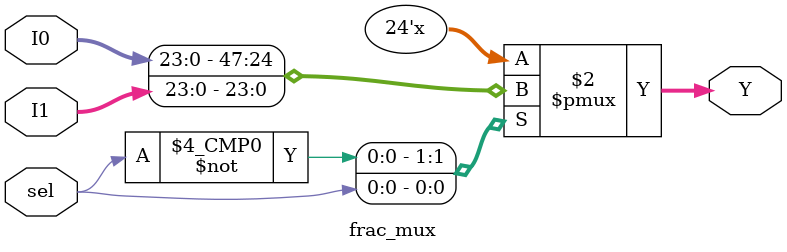
<source format=sv>
/*
==================================================================================================
  _____ _             _   _               ____       _       _        _       _     _           
 |  ___| | ___   __ _| |_(_)_ __   __ _  |  _ \ ___ (_)_ __ | |_     / \   __| | __| | ___ _ __ 
 | |_  | |/ _ \ / _` | __| | '_ \ / _` | | |_) / _ \| | '_ \| __|   / _ \ / _` |/ _` |/ _ \ '__|
 |  _| | | (_) | (_| | |_| | | | | (_| | |  __/ (_) | | | | | |_   / ___ \ (_| | (_| |  __/ |   
 |_|   |_|\___/ \__,_|\__|_|_| |_|\__, | |_|   \___/|_|_| |_|\__| /_/   \_\__,_|\__,_|\___|_|   
                                  |___/                                                         
==================================================================================================
*/
module fpa_32bits
(
	input [31:0] operand_a, 
	input [31:0] operand_b,
	
	output logic	[31:0]	result
);
	
	// ===========================================
	// 		 		Unpacked operands
	// ===========================================
	

	logic sign_a_in, sign_b_in;
	logic [7:0]  exp_a_in, exp_b_in;
	logic [22:0] frac_a_in, frac_b_in;

	logic sign_a, sign_b;
	logic [7:0]  exp_a, exp_b;
	logic [23:0] frac_a, frac_b;
	
	assign {sign_a_in, exp_a_in, frac_a_in} = operand_a;
	assign {sign_b_in, exp_b_in, frac_b_in} = operand_b;	
	
	assign sign_a = sign_a_in;
	assign sign_b = sign_b_in;

	// ===========================================
	// 		 			Wire / Logic 
	// ===========================================
	
	logic [7:0]  exp_dif;       // Exponent difference after bias adjustment
	logic [7:0]  exp_greater;   // The larger of the two exponents
	logic [63:0] frac_new;      // New fraction after addition/subtraction

	logic cout_add_sub;    // Carry out from add/sub operation
	logic frac_gt;         // Fraction greater than flag
	logic frac_eq;			  // Fraction equal flag
	logic sign_dif;        // Sign difference flag
	logic overflow;        // Overflow flag
	logic cout_exp_dif;

	logic        result_sign_main;
	logic [7:0]  result_exp_main;
	logic [22:0] result_frac_main;
	logic [31:0] normal_result;
	logic [31:0] final_result;

	// ===========================================
	// 		 			Classification 
	// ===========================================	
	
	// Classification helpers
	logic a_is_zero,			b_is_zero;
	logic a_is_subnormal,	b_is_subnormal;
	logic a_is_inf,			b_is_inf;
	logic a_is_nan,			b_is_nan;
	logic Ea_is_zero,			Eb_is_zero;
	logic Ea_is_FF,			Eb_is_FF;
	logic Fa_is_zero,			Fb_is_zero;
	logic Fa_is_nzero,		Fb_is_nzero;

	classification		u_classification
	(
		.exp_a_in,			.exp_b_in,
		.frac_a_in,			.frac_b_in,
		
		.Ea_is_zero,		.Eb_is_zero,
		.Ea_is_FF,			.Eb_is_FF,
		.Fa_is_zero,		.Fb_is_zero,
		.Fa_is_nzero,		.Fb_is_nzero,
		
		.a_is_zero,			.b_is_zero,
		.a_is_subnormal,	.b_is_subnormal,
		.a_is_inf,			.b_is_inf,
		.a_is_nan,			.b_is_nan,
		
		.exp_a,				.exp_b,
		.frac_a,				.frac_b	
	);
	
	// ===========================================
	// 		 		Sign Logic
	// ===========================================	
	
	sign_logic		u_sign_logic
	(
		.sign_a,
		.sign_b,
		.cout_add_sub,
		.frac_gt,
		
		.result_sign	(result_sign_main)
	);

	// ===========================================
	// 		 	Exponent Calculation
	// ===========================================

	exp_calculation	u_exp_calculation
	(
		.exp_a, 
		.exp_b,
		
		.cout_exp_dif,
		.cout_add_sub,
		.exp_greater,
		.exp_dif
	);
	
	// ===========================================
	// 		 	Fraction Calculation
	// ===========================================
	
	frac_calculation	u_frac_calculation
	(
		.cout_add_sub,
		.sign_a,
		.sign_b,
		.exp_dif,
		.frac_a, 
		.frac_b,
		
		.overflow,
		.sign_dif,
		.frac_gt,
		.frac_eq,
		.frac_new
	);	
	
	// ===========================================
	// 		 		Normalization
	// ===========================================
	
	normalization	u_normalization
	(
		.exp_greater, 
		.overflow,
		.sign_dif,
		.frac_new, 		
		
		.result_exp			(result_exp_main),
		.result_frac		(result_frac_main)
	);

	// ===========================================
	// 		Result Selection with Special Cases
	// ===========================================
	
	assign normal_result = {result_sign_main, result_exp_main, result_frac_main};

	special_detect		u_special_detect
	(
		.a_is_zero,		.b_is_zero,
		.a_is_inf,		.b_is_inf,
		.a_is_nan,		.b_is_nan,
		.sign_a,			.sign_b,
		.operand_a,		.operand_b,
		.normal_result,
		
		.final_result	
	);

	assign result	=	final_result;
		
endmodule 

/*
==================================================================================================
				  ____                  _       _   ____       _            _   
				 / ___| _ __   ___  ___(_) __ _| | |  _ \  ___| |_ ___  ___| |_ 
				 \___ \| '_ \ / _ \/ __| |/ _` | | | | | |/ _ \ __/ _ \/ __| __|
				  ___) | |_) |  __/ (__| | (_| | | | |_| |  __/ ||  __/ (__| |_ 
				 |____/| .__/ \___|\___|_|\__,_|_| |____/ \___|\__\___|\___|\__|
						 |_|                                                      
==================================================================================================
*/

module special_detect
(
	input a_is_zero, b_is_zero,
	input a_is_inf, b_is_inf,
	input a_is_nan, b_is_nan,
	input	sign_a, sign_b,
	input result_exp_sign,
	input	[31:0]	operand_a, operand_b,
	input	[31:0]	normal_result,
	
	output logic	[31:0]	final_result	
);
	localparam logic [31:0] CANONICAL_QNAN = 32'h7FC0_0000;

	logic [31:0] special_result;
	logic        use_special;
	

	
	always_comb begin
		use_special    = 1'b0;
		special_result = normal_result;

	// ===========================================
	// 				Special by INPUT
	// ===========================================	
	
		if (a_is_nan) begin
			use_special    = 1'b1;
			special_result = CANONICAL_QNAN;
		end else if (b_is_nan) begin
			use_special    = 1'b1;
			special_result = CANONICAL_QNAN;
		end else if (a_is_inf && b_is_inf && (sign_a ^ sign_b)) begin
			use_special    = 1'b1;
			special_result = CANONICAL_QNAN;
		end else if (a_is_inf) begin
			use_special    = 1'b1;
			special_result = {sign_a, 8'hFF, 23'b0};
		end else if (b_is_inf) begin
			use_special    = 1'b1;
			special_result = {sign_b, 8'hFF, 23'b0};
		end else if (a_is_zero && b_is_zero) begin
			use_special    = 1'b1;
			special_result = {sign_a & sign_b, 31'b0};
		end else if (a_is_zero) begin
			use_special    = 1'b1;
			special_result = operand_b;
		end else if (b_is_zero) begin
			use_special    = 1'b1;
			special_result = operand_a;
		end else if ( (operand_a[30:0] == operand_b[30:0]) && !( sign_a == sign_b) ) begin
			use_special    = 1'b1;
			special_result = {1'b0, 8'h00, 23'b0};	
		end
	end

	
	
	// ===========================================
	// 				Select Result
	// ===========================================

	assign final_result = use_special ? special_result : normal_result;

endmodule 

/*
==================================================================================================
						____ _               _  __ _           _   _             
					  / ___| | __ _ ___ ___(_)/ _(_) ___ __ _| |_(_) ___  _ __  
					 | |   | |/ _` / __/ __| | |_| |/ __/ _` | __| |/ _ \| '_ \ 
					 | |___| | (_| \__ \__ \ |  _| | (_| (_| | |_| | (_) | | | |
					  \____|_|\__,_|___/___/_|_| |_|\___\__,_|\__|_|\___/|_| |_|
																									
==================================================================================================
*/
module classification
(
    input  [7:0]	exp_a_in, exp_b_in,
    input  [22:0] frac_a_in, frac_b_in,

    output logic  a_is_zero, b_is_zero,
    output logic  a_is_subnormal, b_is_subnormal,
    output logic  a_is_inf, b_is_inf,
    output logic  a_is_nan, b_is_nan,

    output logic  Ea_is_zero, Eb_is_zero,
    output logic  Ea_is_FF,   Eb_is_FF,
    output logic	Fa_is_zero, Fb_is_zero,
    output logic	Fa_is_nzero,Fb_is_nzero,
	 
	 output logic	[7:0]		exp_a, exp_b,
    output logic	[23:0]	frac_a, frac_b
);

    //==============================
    //  Exponent conditions
    //==============================
    // Ea_is_zero = all bits 0
    // Ea_is_FF   = all bits 1
    assign Ea_is_zero = ~(|exp_a_in);
    assign Eb_is_zero = ~(|exp_b_in);
    assign Ea_is_FF   = &exp_a_in;
    assign Eb_is_FF   = &exp_b_in;

    //==============================
    //  Fraction conditions
    //==============================
    assign Fa_is_zero  = ~(|frac_a_in);
    assign Fb_is_zero  = ~(|frac_b_in);
    assign Fa_is_nzero = |frac_a_in;    // direct gate form of ~Fa_is_zero
    assign Fb_is_nzero = |frac_b_in;

    //==============================
    //  IEEE-754 Class Detection
    //==============================
    // ZERO: exp=0 & frac=0
    // SUBNORMAL: exp=0 & frac!=0
    // INF: exp=FF & frac=0
    // NAN: exp=FF & frac!=0

    assign a_is_zero      = Ea_is_zero & Fa_is_zero;
    assign b_is_zero      = Eb_is_zero & Fb_is_zero;

    assign a_is_subnormal = Ea_is_zero & Fa_is_nzero;
    assign b_is_subnormal = Eb_is_zero & Fb_is_nzero;

    assign a_is_inf       = Ea_is_FF & Fa_is_zero;
    assign b_is_inf       = Eb_is_FF & Fb_is_zero;

    assign a_is_nan       = Ea_is_FF & Fa_is_nzero;
    assign b_is_nan       = Eb_is_FF & Fb_is_nzero;
	 
	// Hidden bit: 1 for normals, 0 for zero/subnormals/NaN/Inf (only used for add path)
	logic hidden_a;
	logic hidden_b;
	 
	always_comb begin
		hidden_a	=	1'b1;
		hidden_b	=	1'b1;
		exp_a			=	exp_a_in;
		exp_b			=	exp_b_in;

		if (a_is_subnormal) begin
			hidden_a		=	1'b0;
			exp_a			=	8'b0000_0001; // exp_a = -126
		end 
        
        if (b_is_subnormal) begin 
			hidden_b		=	1'b0;		
			exp_b			=	8'b0000_0001; // exp_b = -126
		end		
	end
	
	assign frac_a = {hidden_a, frac_a_in};
	assign frac_b = {hidden_b, frac_b_in};
	
endmodule
/*
==================================================================================================
  _____                                   _      ____      _            _       _   _             
 | ____|_  ___ __   ___  _ __   ___ _ __ | |_   / ___|__ _| | ___ _   _| | __ _| |_(_) ___  _ __  
 |  _| \ \/ / '_ \ / _ \| '_ \ / _ \ '_ \| __| | |   / _` | |/ __| | | | |/ _` | __| |/ _ \| '_ \ 
 | |___ >  <| |_) | (_) | | | |  __/ | | | |_  | |__| (_| | | (__| |_| | | (_| | |_| | (_) | | | |
 |_____/_/\_\ .__/ \___/|_| |_|\___|_| |_|\__|  \____\__,_|_|\___|\__,_|_|\__,_|\__|_|\___/|_| |_|
            |_|                                                                                    
==================================================================================================
*/
module exp_calculation
(
	input	[7:0]	exp_a, 
	input	[7:0]	exp_b,
	
	output logic			cout_exp_dif,
	output logic			cout_add_sub,
	output logic [7:0]	exp_greater,
	output logic [7:0]	exp_dif
);
	logic	[15:0]	exp_dif_pre;
	logic [15:0]	exp_pre;

	// ===========================================
	// 	 Calculate Exponent Difference 	
	// ===========================================
	
	add_sub	exp_dif_cal
	(
		 .i_operand_a	({8'b0, exp_a}),
		 .i_operand_b	({8'b0, exp_b}),
		 .cin				(1'b0),
		 .mode			(1'b1),					// Select: Sub

		 .o_sum			(exp_dif_pre),
		 .o_cout			()
	);

	add_sub	two_complement
	(
		 .i_operand_a	(16'd0),
		 .i_operand_b	(exp_dif_pre),
		 .cin				(cout_add_sub),
		 .mode			(cout_add_sub),

		 .o_sum			(exp_pre),
		 .o_cout			(cout_exp_dif)
	);
	
	// ===========================================
	// 	 	Select Greater Exponent 
	// ===========================================
	
	exp_mux	sel_exp
	(
		.sel	(cout_add_sub),
		.I0	(exp_a),			// Exponent of A
		.I1	(exp_b),			// Exponent of B
		
		.Y		(exp_greater)
	);

	assign cout_add_sub	= exp_dif_pre[8];
	assign exp_dif			= exp_pre[7:0];
	
endmodule 

/*
==================================================================================================
  _____               _   _                ____      _            _       _   _             
 |  ___| __ __ _  ___| |_(_) ___  _ __    / ___|__ _| | ___ _   _| | __ _| |_(_) ___  _ __  
 | |_ | '__/ _` |/ __| __| |/ _ \| '_ \  | |   / _` | |/ __| | | | |/ _` | __| |/ _ \| '_ \ 
 |  _|| | | (_| | (__| |_| | (_) | | | | | |__| (_| | | (__| |_| | | (_| | |_| | (_) | | | |
 |_|  |_|  \__,_|\___|\__|_|\___/|_| |_|  \____\__,_|_|\___|\__,_|_|\__,_|\__|_|\___/|_| |_|
                                                                                              
==================================================================================================
*/
module frac_calculation
(
	input				cout_add_sub,
	input				sign_a,
	input				sign_b,
	input	[7:0]		exp_dif,
	input	[23:0]	frac_a, 
	input	[23:0]	frac_b,
	
	output logic			overflow,
	output logic			sign_dif,
	output logic			frac_gt,	
	output logic			frac_eq,
	output logic [63:0]	frac_new
);
	// Exponent related signals
	logic [4:0]  exp_diff;      // Final exponent difference for shifting

	// Fraction related signals
	logic [23:0] frac_1;           // Fraction 1
	logic [23:0] frac_2;           // Fraction 2		
	logic [55:0] comp1;           // Complemented fraction 1
	logic [55:0] comp2;           // Complemented fraction 2
	logic [63:0] frac_2_align;    // Aligned fraction 2 after shifting

	// Control and status signals

	logic exp_dif_sel;     // Exponent difference selector
	logic comp1_sel;       // Complement selector for first operand
	logic comp2_sel;       // Complement selector for second operand

	// ===========================================
	// 	 Select Fraction of Lesser Exponent 
	// ===========================================
	
	frac_mux		fraction_greater
	(
		.sel	(cout_add_sub),
		.I0	(frac_a), 
		.I1	(frac_b),
		
		.Y		(frac_1)
	);	

	frac_mux		fraction_lesser
	(
		.sel	(cout_add_sub),
		.I0	(frac_b), 
		.I1	(frac_a),
		
		.Y		(frac_2)	// Frac need to be shift	
	);	

	
	// ===========================================
	// 		 		Shift Exponent 
	// ===========================================
	
	assign exp_dif_sel = (exp_dif[7] | exp_dif[6] | exp_dif[5]);
	
	exp_dif_mux		sel_exp_dif
	(
		.sel	(exp_dif_sel),
		.I0	(exp_dif[4:0]), 
		.I1	(5'b11111),
		
		.Y		(exp_diff)
	);
	
	shifter_align		exponent_alignment
	(
		.A	({8'd0, frac_2, 32'd0}),	
		.B	(exp_diff),	

		.Y	(frac_2_align)
	);

	// ===========================================
	// 		 		Fraction COmputation 
	// ===========================================
	
	assign sign_dif = sign_a ^ sign_b;
	assign comp1_sel = ~frac_gt & sign_dif;
	assign comp2_sel =  frac_gt & sign_dif;
	
	comparator		frac_compare
	(
	  .operand_a	({8'b0, frac_1}), 
	  .operand_b	(frac_2_align[63:32]),
	  
	  .o_eq			(frac_eq), 
	  .o_lt			(), 
	  .o_gt			(frac_gt)
	);
	
	
	
	one_complement		comp_1st_frac
	(
		.i_comp	({frac_1, 32'd0}),
		.i_sel	(comp1_sel),
		
		.o_comp	(comp1)
	);

	one_complement		comp_2nd_frac
	(
		.i_comp	(frac_2_align[55:0]),
		.i_sel	(comp2_sel),
		
		.o_comp	(comp2)
	);
	
	
	
	
	adder_64bits		frac_calculate
	(
		 .A			({8'b0,comp1}), 
		 .B			({8'b0,comp2}),
		 .Cin			(sign_dif),
		 
		 .Sum			(frac_new),
		 .Cout		()
	);
	
	assign overflow = ~sign_dif & frac_new[56];
	
endmodule 

/*
==================================================================================================
					  _   _                            _ _          _   _             
					 | \ | | ___  _ __ _ __ ___   __ _| (_)______ _| |_(_) ___  _ __  
					 |  \| |/ _ \| '__| '_ ` _ \ / _` | | |_  / _` | __| |/ _ \| '_ \ 
					 | |\  | (_) | |  | | | | | | (_| | | |/ / (_| | |_| | (_) | | | |
					 |_| \_|\___/|_|  |_| |_| |_|\__,_|_|_/___\__,_|\__|_|\___/|_| |_|
																											  
==================================================================================================
*/
module normalization
( 
	input				overflow,
	input				sign_dif,
	input	[7:0]		exp_greater,
	input	[63:0]	frac_new,	
	
	output logic [7:0]	result_exp,
	output logic [22:0]	result_frac
);
	// Internal operation signals
	logic [63:0] frac_result_1;
	
	logic [63:0] frac_result_norm;
	
	logic [63:0] frac_result;
	logic [22:0] result_frac_rne;
	
	logic [15:0] result_exp_1;
	
	logic [7:0]  exp_result_1;
	logic [4:0]  lzc_val;

   logic [7:0]	 denorm_exp;				// De-normalize exponent
	logic [63:0] frac_denorm_align;		// De-normalize fraction        
	
	// ===========================================
	// 		 		Normalization
	// ===========================================	

	adder_8bits		increment
	(
		.operand_a	(exp_greater),
		.operand_b	({7'b0,overflow}),
		.cin			(1'b0),

		.sum			(exp_result_1),
		.cout			()
	);
	
	
	shifter_overflow		overflow_frac
	(
		.A	(frac_new),			
		.B	(overflow),	

		.Y	(frac_result_1)
	);

	
	lzc_24bits		count_leading_zero
	(
		.x	(frac_result_1[55:32]),
		
		.q	(lzc_val)		
	);
	
	shifter_underflow		underflow_frac
	(
		.A	({8'b0, frac_result_1[55:0]}),	
		.B	(lzc_val),	

		.Y	(frac_result_norm)
	);	
	
	add_sub	exp_align
	(
		 .i_operand_a	({8'b0, exp_result_1}),
		 .i_operand_b	({11'b0, lzc_val}),
		 .cin				(1'b0),
		 .mode			(1'b1),					// Select: Sub

		 .o_sum			(result_exp_1),
		 .o_cout			()
	);
	
	// ===========================================
	// 	 Negative Exponent Detect (subnormal)
	// ===========================================	
	
	denormalizer		u_denormalizer
	(
		 .result_exp_1,			// biased exponent after normalization		
		 .frac_result_norm,		// Fraction after normalization		

		 .denorm_exp,				// De-normalize exponent
		 .frac_denorm_align		// De-normalize fraction
	);	
	
	always_comb begin
		if ( (result_exp_1[15:9]) || (!result_exp_1[7:0]) ) begin
			// If exp is negative => exp = 0000_0000 (-126, subnormal)
			result_exp	= denorm_exp;	
			frac_result	= frac_denorm_align;
		end else begin
			// Else is normal
			result_exp	= result_exp_1[7:0];
			frac_result = frac_result_norm;
		end
	end	
		
	// ===========================================
	// 		 			Round to Nearest
	// ===========================================	
	
	RNE		u_RNE
	(
	/*
		frac_result _norm[63:56] || frac_result_norm[55:32] || frac_result_norm[31:0] 
						v								v									v
					Zero Padding 		   24-Bits Fraction			32-bit Guard/Round/Sticky
	*/
		.frac_result,	
		
		.result_frac_rne
	);	
	
	// ===========================================
	// 		 	Inf. Exponent Detect 
	// ===========================================	
	
	always_comb begin
		if ( (result_exp_1[7:0] == 8'hFF) && !sign_dif ) begin
		// If exp is negative => exp = 0000_0000 (-126, subnormal)
			result_frac = 23'd0;			
		end else begin
		// Else is normal
			result_frac = result_frac_rne;
		end
	end
	
endmodule 

/*
==================================================================================================
						  ____  _               _                _      
						 / ___|(_) __ _ _ __   | |    ___   __ _(_) ___ 
						 \___ \| |/ _` | '_ \  | |   / _ \ / _` | |/ __|
						  ___) | | (_| | | | | | |__| (_) | (_| | | (__ 
						 |____/|_|\__, |_| |_| |_____\___/ \__, |_|\___|
									 |___/                    |___/        
==================================================================================================
*/
module sign_logic 
(
	input		sign_a,
	input		sign_b,
	input		cout_add_sub,
	input		frac_gt,
	input		frac_eq,
	
	output	result_sign
);

	logic sign_dif;
	logic a_gt_b;

	// Sign differnt
	assign sign_dif = sign_a ^ sign_b;
	
	// gt = 0, cout = 0 => |A| < |B| => a_gt_b = 0
	// gt = 0, cout = 1 => |A| > |B| => a_gt_b = 1
	// gt = 1, cout = 0 => |A| > |B| => a_gt_b = 1
	// gt = 1, cout = 1 => |A| < |B| => a_gt_b = 0
	assign a_gt_b = ~(cout_add_sub ^ frac_gt);
		
	// Same sign, a_gt_b=0 			-> pick sign_a (OK either way)		
	// Same sign, a_gt_b=1 			-> pick sign_a (OK either way)
	// Different signs, a_gt_b=0 	-> |A|<=|B| -> pick sign_b 
	// Different signs, a_gt_b=1 	-> |A| >|B| -> pick sign_a
	always_comb begin
		if (!sign_dif) begin
			// same sign -> result sign is that sign
			result_sign = a_gt_b ? sign_a : sign_b;
		end else if (frac_eq) begin
			// exact cancellation -> +0
			result_sign = 1'b0;
		end else begin
			// opposite signs, pick sign of the larger magnitude
			result_sign = a_gt_b ? sign_b : sign_a;
		end
	end

endmodule 

/*
==================================================================================================
		  ____                       _   _          _   _                          _   
		 |  _ \ ___  _   _ _ __   __| | | |_ ___   | \ | | ___  __ _ _ __ ___  ___| |_ 
		 | |_) / _ \| | | | '_ \ / _` | | __/ _ \  |  \| |/ _ \/ _` | '__/ _ \/ __| __|
		 |  _ < (_) | |_| | | | | (_| | | || (_) | | |\  |  __/ (_| | | |  __/\__ \ |_ 
		 |_| \_\___/ \__,_|_| |_|\__,_|  \__\___/  |_| \_|\___|\__,_|_|  \___||___/\__|
																												 
==================================================================================================
*/
module RNE
(
/*
	frac_result[63:56] || frac_result[55:32] || frac_result[31:0] 
				v							v							v
		Zero Padding 		  24-Bits Fraction		32-bit Guard/Round/Sticky
*/
	input	[63:0]	frac_result,
		
	output logic	[22:0]	result_frac_rne
);

	// Guard:	frac_result_norm[31]
	// Round:	frac_result_norm[30]
	// Sticky:	OR( frac_result_norm[29:0] )

	logic G, R, S;		// Guard/Round/Sticky
	logic INC; 			// Increase
	logic LSB;			// Least Significant Bit
	
	logic	[31:0]	result_frac_tmp;
	
	assign G		=  frac_result[31];
	assign R		=  frac_result[30];
	assign S		= |frac_result[29:0];
	assign LSB 	=  frac_result[32];

	assign INC = G & ( R | S | LSB );
	
	adder_32bits 		frac_rne	
	(
		 .operand_a	( frac_result[63:32] ), 
		 .operand_b	( {31'd0, INC} ),
		 .cin			( 1'b0 ),
		 
		 .sum			( result_frac_tmp ),
		 .cout		()
	);

	assign result_frac_rne = result_frac_tmp[22:0];
	
endmodule 

/*
==================================================================================================
				  ____                                        _ _              
				 |  _ \  ___ _ __   ___  _ __ _ __ ___   __ _| (_)_______ _ __ 
				 | | | |/ _ \ '_ \ / _ \| '__| '_ ` _ \ / _` | | |_  / _ \ '__|
				 | |_| |  __/ | | | (_) | |  | | | | | | (_| | | |/ /  __/ |   
				 |____/ \___|_| |_|\___/|_|  |_| |_| |_|\__,_|_|_/___\___|_|   
																									
==================================================================================================
*/

module denormalizer
(
    input logic [15:0]  result_exp_1,			// biased exponent after normalization		
    input logic [63:0]	frac_result_norm,		// Fraction after normalization		

    output logic [7:0]	denorm_exp,				// De-normalize exponent
    output logic [63:0]	frac_denorm_align		// De-normalize fraction
);

	logic [7:0] ex_shift;
    
	 // Calculate amount of extra shift to reach Efield==0
	 // ex_shift = 1 - exponent after normalization 
	 //          = 1 + (~result_exp_1[7:0]) + 1
	
	 adder_16bits		extra_shift
	(
		 .operand_a	(16'h01),
		 .operand_b	(~result_exp_1),
		 .cin			(1'b1),

		 .sum			(ex_shift),
		 .cout		()
	);
	
	shifter_denormalizer		denorm_shift
	(
		.A	(frac_result_norm),	
		.B	(ex_shift[5:0]),	

		.Y	(frac_denorm_align)	
	);	 
    
    // Final outputs
    assign denorm_exp    = 8'h00; // Must be 0 for subnormal numbers

endmodule

/*
==================================================================================================
  _                   _ _               _____                 ____                  _            
 | |    ___  __ _  __| (_)_ __   __ _  |__  /___ _ __ ___    / ___|___  _   _ _ __ | |_ ___ _ __ 
 | |   / _ \/ _` |/ _` | | '_ \ / _` |   / // _ \ '__/ _ \  | |   / _ \| | | | '_ \| __/ _ \ '__|
 | |__|  __/ (_| | (_| | | | | | (_| |  / /|  __/ | | (_) | | |__| (_) | |_| | | | | ||  __/ |   
 |_____\___|\__,_|\__,_|_|_| |_|\__, | /____\___|_|  \___/   \____\___/ \__,_|_| |_|\__\___|_|   
                                |___/                                                            
==================================================================================================
*/
module lzc_4bits
(
	input logic		[3:0]	x,		// Input Value
	
	output logic	[1:0]	q,		// Zero Count
	output logic			a		// All zero
);

	assign a 	= ~|x[3:0];
	assign q[1] = ~|x[3:2] & ~a;
	assign q[0] = ~x[3] & (x[2] | ~x[1]) & ~a;

endmodule 

// ======== lze ========

module lze	// Leading Zero Encoder
(
	input logic		[5:0]	a,		// Input Value
	
	output logic	[2:0]	q		// Zero Count
);

	assign q[0] = ( a[5] &  a[4] &  a[3] &  a[2] &  a[1] & ~a[0] )
					| ( a[5] &  a[4] &  a[3] & ~a[2] )
					| ( a[5] & ~a[4] );

	assign q[1] = ( a[5] &  a[4] &  a[3] &  a[2] &  a[1] &  a[0] )
					| ( a[5] &  a[4] &  a[3] & ~a[2] )
					| ( a[5] &  a[4] & ~a[3] );
					
	assign q[2] = ( a[5] &  a[4] &  a[3] &  a[2] &  a[1] &  a[0] )
					| ( a[5] &  a[4] &  a[3] &  a[2] &  a[1] & ~a[0] )
					| ( a[5] &  a[4] &  a[3] &  a[2] & ~a[1] );
					
endmodule 

// ======== lze_mux ========

module lze_mux
(
	input	[2:0]	sel,
	input	[1:0]	I0, I1, I2, I3, I4, I5,
	output[1:0] Y
);			

    always @(*) begin
        case (sel)
            3'd0: Y = I0;  
            3'd1: Y = I1; 
            3'd2: Y = I2;  
            3'd3: Y = I3; 
            3'd4: Y = I4;  
            3'd5: Y = I5; 				
            default: Y = 2'd0; 
        endcase
    end	
				
endmodule

// ======== lzc_24bits ========

module lzc_24bits
(
	input logic		[23:0]	x,		// Input Value
	
	output logic	[4:0]		q		// Zero Count
);

	logic a0, a1, a2, a3, a4, a5;
	logic [1:0] z0, z1, z2, z3, z4, z5;
	logic [5:0] a;

	lzc_4bits U0 (.x(x[ 3: 0]),  .q(z5), .a(a5));
	lzc_4bits U1 (.x(x[ 7: 4]),  .q(z4), .a(a4));
	lzc_4bits U2 (.x(x[11: 8]),  .q(z3), .a(a3));
	lzc_4bits U3 (.x(x[15:12]),  .q(z2), .a(a2));
	lzc_4bits U4 (.x(x[19:16]),  .q(z1), .a(a1));
	lzc_4bits U5 (.x(x[23:20]),  .q(z0), .a(a0));
  
//==============================
assign a = {a0, a1, a2, a3, a4, a5};
lze			lze0
(
	.a(a),	.q(q[4:2])
);
//==============================
lze_mux		lze_muxx
(
	.sel(q[4:2]),
	.I0(z0), 
	.I1(z1), 
	.I2(z2), 
	.I3(z3), 
	.I4(z4), 
	.I5(z5),
	.Y(q[1:0])
);	

endmodule 	

/*
==================================================================================================
				  _ _    ____                      _                           _   
				 / ( )  / ___|___  _ __ ___  _ __ | | ___ _ __ ___   ___ _ __ | |_ 
				 | |/  | |   / _ \| '_ ` _ \| '_ \| |/ _ \ '_ ` _ \ / _ \ '_ \| __|
				 | |   | |__| (_) | | | | | | |_) | |  __/ | | | | |  __/ | | | |_ 
				 |_|    \____\___/|_| |_| |_| .__/|_|\___|_| |_| |_|\___|_| |_|\__|
													 |_|                                    
==================================================================================================
*/
module one_complement
(
	input		[55:0]	i_comp,
	input					i_sel,
	
	output	[55:0]	o_comp
);

	assign o_comp = i_comp ^ {56{i_sel}};

endmodule 

/*
==================================================================================================
								  _       _     _      __  ____        _     
								 / \   __| | __| |    / / / ___| _   _| |__  
								/ _ \ / _` |/ _` |   / /  \___ \| | | | '_ \ 
							  / ___ \ (_| | (_| |  / /    ___) | |_| | |_) |
							 /_/   \_\__,_|\__,_| /_/    |____/ \__,_|_.__/ 
																							
==================================================================================================
*/
module add_sub
(
    input  logic [15:0]  i_operand_a,
    input  logic [15:0]  i_operand_b,
    input  logic        cin,
	 input  logic        mode,

    output logic [15:0]	o_sum,
    output logic        o_cout
);
	logic 			cin_1;
	logic [15:0]	n_operand_b;
	assign n_operand_b = i_operand_b ^ {16{mode}};
	assign cin_1 = cin | mode;

	adder_16bits		add_or_sub
	(
		 .operand_a	(i_operand_a),
		 .operand_b	(n_operand_b),
		 .cin			(cin_1),

		 .sum			(o_sum),
		 .cout		(o_cout)
	);

endmodule 

/*
==================================================================================================
										  ____  _     _  __ _            
										 / ___|| |__ (_)/ _| |_ ___ _ __ 
										 \___ \| '_ \| | |_| __/ _ \ '__|
										  ___) | | | | |  _| ||  __/ |   
										 |____/|_| |_|_|_|  \__\___|_|   
																					 
==================================================================================================
*/
// ======== shifter align ========
module shifter_align
(
	input logic	[63:0]		A,	// Input
	input logic	[4:0]			B,	// Shift n bits

	output logic	[63:0]	Y	// Output 
);
logic [63:0] tmp0, tmp1, tmp2, tmp3;


	always_comb begin
	// --- Stage 0: Shift by 1 (Controlled by B[0]) ---
		if ( B[0] ) begin
			tmp0	=	{ 1'b0, A[63:1] };		// >> 1
		end else begin
			tmp0	=	A;
		end
    // --- Stage 1: Shift by 2 (Controlled by B[1]) ---    
		if ( B[1] ) begin 
			tmp1	=	{ 2'b0, tmp0[63:2] };	// >> 2
		end else begin
			tmp1	=	tmp0;
		end
	// --- Stage 2: Shift by 4 (Controlled by B[2]) ---	
		if ( B[2] ) begin
			tmp2	=	{ 4'b0, tmp1[63:4] };	// >> 4
		end else begin
			tmp2	=	tmp1;
		end
   // --- Stage 3: Shift by 8 (Controlled by B[3]) ---     
		if ( B[3] ) begin 
			tmp3	=	{ 8'b0, tmp2[63:8] };	// >> 8
		end else begin
			tmp3	=	tmp2;
		end	
	// --- Stage 4: Shift by 16 (Controlled by B[4]) ---
		if ( B[4] ) begin 
			Y		=	{ 16'b0, tmp3[63:16] };	// >> 16
		end else begin
			Y		=	tmp3;
		end
	
	end

endmodule 

// ======== shifter denormalizer ========
module shifter_denormalizer
(
	input logic	[63:0]		A,	// Input
	input logic	[5:0]			B,	// Shift n bits

	output logic	[63:0]	Y	// Output 
);
logic [63:0] tmp0, tmp1, tmp2, tmp3, tmp4;

	always_comb begin
	// --- Stage 0: Shift by 1 (Controlled by B[0]) ---
		if ( B[0] ) begin
			tmp0	=	{ 1'b0, A[63:1] };		// >> 1
		end else begin
			tmp0	=	A;
		end
    // --- Stage 1: Shift by 2 (Controlled by B[1]) ---    
		if ( B[1] ) begin 
			tmp1	=	{ 2'b0, tmp0[63:2] };	// >> 2
		end else begin
			tmp1	=	tmp0;
		end
	// --- Stage 2: Shift by 4 (Controlled by B[2]) ---	
		if ( B[2] ) begin
			tmp2	=	{ 4'b0, tmp1[63:4] };	// >> 4
		end else begin
			tmp2	=	tmp1;
		end
   // --- Stage 3: Shift by 8 (Controlled by B[3]) ---     
		if ( B[3] ) begin 
			tmp3	=	{ 8'b0, tmp2[63:8] };	// >> 8
		end else begin
			tmp3	=	tmp2;
		end	
	// --- Stage 4: Shift by 16 (Controlled by B[4]) ---
		if ( B[4] ) begin 
			tmp4	=	{ 16'b0, tmp3[63:16] };	// << 16
		end else begin
			tmp4	=	tmp3;
		end
	// --- Stage 5: Shift by 32 (Controlled by B[5]) ---
		if ( B[5] ) begin 
			Y		=	{ 32'b0, tmp4[63:32] };	// >> 32
		end else begin
			Y		=	tmp4;
		end	
	end

endmodule 

// ======== shifter overflow ========
module shifter_overflow
(
	input logic	[63:0]		A,	// Input
	input logic					B,	// Shift n bits

	output logic	[63:0]	Y	// Output 
);

	always_comb begin
	// --- Stage 0: Shift by 1 (Controlled by B) ---
		if ( B ) begin
			Y	=	{ 1'b0, A[63:1] };		// >> 1
		end else begin
			Y	=	A;
		end
	end

endmodule 

// ======== shifter underflow ========
module shifter_underflow
(
	input logic	[63:0]		A,	// Input
	input logic	[4:0]			B,	// Shift n bits

	output logic	[63:0]	Y	// Output 
);
logic [63:0] tmp0, tmp1, tmp2, tmp3;


	always_comb begin
	// --- Stage 0: Shift by 1 (Controlled by B[0]) ---
		if ( B[0] ) begin
			tmp0	=	{ A[62:0], 1'b0 };		// << 1
		end else begin
			tmp0	=	A;
		end
    // --- Stage 1: Shift by 2 (Controlled by B[1]) ---    
		if ( B[1] ) begin 
			tmp1	=	{ tmp0[61:0], 2'b0 };	// << 2
		end else begin
			tmp1	=	tmp0;
		end
	// --- Stage 2: Shift by 4 (Controlled by B[2]) ---	
		if ( B[2] ) begin
			tmp2	=	{ tmp1[59:0], 4'b0 };	// << 4
		end else begin
			tmp2	=	tmp1;
		end
   // --- Stage 3: Shift by 8 (Controlled by B[3]) ---     
		if ( B[3] ) begin 
			tmp3	=	{ tmp2[55:0], 8'b0 };	// << 8
		end else begin
			tmp3	=	tmp2;
		end	
	// --- Stage 4: Shift by 16 (Controlled by B[4]) ---
		if ( B[4] ) begin 
			Y		=	{ tmp3[47:0], 16'b0 };	// << 16
		end else begin
			Y		=	tmp3;
		end
	
	end

endmodule 

/*
==================================================================================================
												  __  __            
												 |  \/  |_   ___  __
												 | |\/| | | | \ \/ /
												 | |  | | |_| |>  < 
												 |_|  |_|\__,_/_/\_\
																		  
==================================================================================================
*/
// ======== exp_mux ========
module exp_mux
(
	input				sel,
	input		[7:0]	I0, I1,
	
	output	[7:0]	Y
);			

    always @(*) begin
        case (sel)
            1'b0: Y = I0;  
            1'b1: Y = I1;   
            default: Y = 8'd0; 
        endcase
    end	
				
endmodule 

// ======== exp_mux ========
module exp_dif_mux
(
	input				sel,
	input		[4:0]	I0, I1,
	
	output	[4:0]	Y
);			

    always @(*) begin
        case (sel)
            1'b0: Y = I0;  
            1'b1: Y = I1;   
            default: Y = 5'd0; 
        endcase
    end	
				
endmodule 

// ======== frac_mux ========

module frac_mux
(
	input					sel,
	input		[23:0]	I0, I1,
	
	output	[23:0]	Y
);			

    always @(*) begin
        case (sel)
            1'b0: Y = I0;  
            1'b1: Y = I1;   
            default: Y = 24'd0; 
        endcase
    end	
				
endmodule 

</source>
